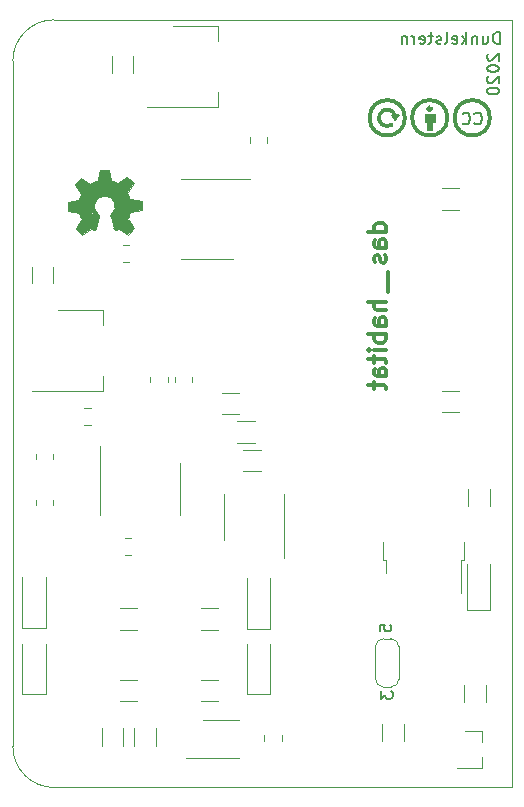
<source format=gbr>
%TF.GenerationSoftware,KiCad,Pcbnew,(5.1.7)-1*%
%TF.CreationDate,2020-11-30T22:01:16+01:00*%
%TF.ProjectId,zerosensor,7a65726f-7365-46e7-936f-722e6b696361,rev?*%
%TF.SameCoordinates,PX761e28cPY7a7afb0*%
%TF.FileFunction,Legend,Bot*%
%TF.FilePolarity,Positive*%
%FSLAX46Y46*%
G04 Gerber Fmt 4.6, Leading zero omitted, Abs format (unit mm)*
G04 Created by KiCad (PCBNEW (5.1.7)-1) date 2020-11-30 22:01:16*
%MOMM*%
%LPD*%
G01*
G04 APERTURE LIST*
%ADD10C,0.150000*%
%TA.AperFunction,Profile*%
%ADD11C,0.050000*%
%TD*%
%ADD12C,0.120000*%
%ADD13C,0.300000*%
%ADD14C,0.100000*%
%ADD15C,0.450000*%
%ADD16C,0.800000*%
%ADD17C,0.200000*%
G04 APERTURE END LIST*
D10*
X-1979881Y62114286D02*
X-2027500Y62066667D01*
X-2075120Y61971429D01*
X-2075120Y61733334D01*
X-2027500Y61638096D01*
X-1979881Y61590477D01*
X-1884643Y61542858D01*
X-1789405Y61542858D01*
X-1646548Y61590477D01*
X-1075120Y62161905D01*
X-1075120Y61542858D01*
X-2075120Y60923810D02*
X-2075120Y60828572D01*
X-2027500Y60733334D01*
X-1979881Y60685715D01*
X-1884643Y60638096D01*
X-1694167Y60590477D01*
X-1456072Y60590477D01*
X-1265596Y60638096D01*
X-1170358Y60685715D01*
X-1122739Y60733334D01*
X-1075120Y60828572D01*
X-1075120Y60923810D01*
X-1122739Y61019048D01*
X-1170358Y61066667D01*
X-1265596Y61114286D01*
X-1456072Y61161905D01*
X-1694167Y61161905D01*
X-1884643Y61114286D01*
X-1979881Y61066667D01*
X-2027500Y61019048D01*
X-2075120Y60923810D01*
X-1979881Y60209524D02*
X-2027500Y60161905D01*
X-2075120Y60066667D01*
X-2075120Y59828572D01*
X-2027500Y59733334D01*
X-1979881Y59685715D01*
X-1884643Y59638096D01*
X-1789405Y59638096D01*
X-1646548Y59685715D01*
X-1075120Y60257143D01*
X-1075120Y59638096D01*
X-2075120Y59019048D02*
X-2075120Y58923810D01*
X-2027500Y58828572D01*
X-1979881Y58780953D01*
X-1884643Y58733334D01*
X-1694167Y58685715D01*
X-1456072Y58685715D01*
X-1265596Y58733334D01*
X-1170358Y58780953D01*
X-1122739Y58828572D01*
X-1075120Y58923810D01*
X-1075120Y59019048D01*
X-1122739Y59114286D01*
X-1170358Y59161905D01*
X-1265596Y59209524D01*
X-1456072Y59257143D01*
X-1694167Y59257143D01*
X-1884643Y59209524D01*
X-1979881Y59161905D01*
X-2027500Y59114286D01*
X-2075120Y59019048D01*
X-1006191Y62947620D02*
X-1006191Y63947620D01*
X-1244286Y63947620D01*
X-1387143Y63900000D01*
X-1482381Y63804762D01*
X-1530000Y63709524D01*
X-1577620Y63519048D01*
X-1577620Y63376191D01*
X-1530000Y63185715D01*
X-1482381Y63090477D01*
X-1387143Y62995239D01*
X-1244286Y62947620D01*
X-1006191Y62947620D01*
X-2434762Y63614286D02*
X-2434762Y62947620D01*
X-2006191Y63614286D02*
X-2006191Y63090477D01*
X-2053810Y62995239D01*
X-2149048Y62947620D01*
X-2291905Y62947620D01*
X-2387143Y62995239D01*
X-2434762Y63042858D01*
X-2910953Y63614286D02*
X-2910953Y62947620D01*
X-2910953Y63519048D02*
X-2958572Y63566667D01*
X-3053810Y63614286D01*
X-3196667Y63614286D01*
X-3291905Y63566667D01*
X-3339524Y63471429D01*
X-3339524Y62947620D01*
X-3815715Y62947620D02*
X-3815715Y63947620D01*
X-3910953Y63328572D02*
X-4196667Y62947620D01*
X-4196667Y63614286D02*
X-3815715Y63233334D01*
X-5006191Y62995239D02*
X-4910953Y62947620D01*
X-4720477Y62947620D01*
X-4625239Y62995239D01*
X-4577620Y63090477D01*
X-4577620Y63471429D01*
X-4625239Y63566667D01*
X-4720477Y63614286D01*
X-4910953Y63614286D01*
X-5006191Y63566667D01*
X-5053810Y63471429D01*
X-5053810Y63376191D01*
X-4577620Y63280953D01*
X-5625239Y62947620D02*
X-5530000Y62995239D01*
X-5482381Y63090477D01*
X-5482381Y63947620D01*
X-5958572Y62995239D02*
X-6053810Y62947620D01*
X-6244286Y62947620D01*
X-6339524Y62995239D01*
X-6387143Y63090477D01*
X-6387143Y63138096D01*
X-6339524Y63233334D01*
X-6244286Y63280953D01*
X-6101429Y63280953D01*
X-6006191Y63328572D01*
X-5958572Y63423810D01*
X-5958572Y63471429D01*
X-6006191Y63566667D01*
X-6101429Y63614286D01*
X-6244286Y63614286D01*
X-6339524Y63566667D01*
X-6672858Y63614286D02*
X-7053810Y63614286D01*
X-6815715Y63947620D02*
X-6815715Y63090477D01*
X-6863334Y62995239D01*
X-6958572Y62947620D01*
X-7053810Y62947620D01*
X-7768096Y62995239D02*
X-7672858Y62947620D01*
X-7482381Y62947620D01*
X-7387143Y62995239D01*
X-7339524Y63090477D01*
X-7339524Y63471429D01*
X-7387143Y63566667D01*
X-7482381Y63614286D01*
X-7672858Y63614286D01*
X-7768096Y63566667D01*
X-7815715Y63471429D01*
X-7815715Y63376191D01*
X-7339524Y63280953D01*
X-8244286Y62947620D02*
X-8244286Y63614286D01*
X-8244286Y63423810D02*
X-8291905Y63519048D01*
X-8339524Y63566667D01*
X-8434762Y63614286D01*
X-8530000Y63614286D01*
X-8863334Y63614286D02*
X-8863334Y62947620D01*
X-8863334Y63519048D02*
X-8910953Y63566667D01*
X-9006191Y63614286D01*
X-9149048Y63614286D01*
X-9244286Y63566667D01*
X-9291905Y63471429D01*
X-9291905Y62947620D01*
D11*
X-38727500Y65000000D02*
G75*
G03*
X-42227500Y61500000I0J-3500000D01*
G01*
X-38727500Y0D02*
G75*
G02*
X-42227500Y3500000I0J3500000D01*
G01*
X2500Y0D02*
X-16997500Y0D01*
X2500Y65000000D02*
X2500Y0D01*
X-16997500Y65000000D02*
X2500Y65000000D01*
X-42227500Y3500000D02*
X-42227500Y61500000D01*
X-16997500Y0D02*
X-38727500Y0D01*
X-38727500Y65000000D02*
X-16997500Y65000000D01*
D12*
%TO.C,JP5*%
X-9527500Y9150000D02*
X-9527500Y11950000D01*
X-10227500Y12600000D02*
X-10827500Y12600000D01*
X-11527500Y11950000D02*
X-11527500Y9150000D01*
X-10827500Y8500000D02*
X-10227500Y8500000D01*
X-10227500Y8500000D02*
G75*
G03*
X-9527500Y9200000I0J700000D01*
G01*
X-11527500Y9200000D02*
G75*
G03*
X-10827500Y8500000I700000J0D01*
G01*
X-10827500Y12600000D02*
G75*
G03*
X-11527500Y11900000I0J-700000D01*
G01*
X-9527500Y11900000D02*
G75*
G03*
X-10227500Y12600000I-700000J0D01*
G01*
%TO.C,U6*%
X-24352500Y22875000D02*
X-24352500Y24825000D01*
X-24352500Y22875000D02*
X-24352500Y20925000D01*
X-19232500Y22875000D02*
X-19232500Y24825000D01*
X-19232500Y22875000D02*
X-19232500Y19425000D01*
%TO.C,R21*%
X-23050436Y33410000D02*
X-24504564Y33410000D01*
X-23050436Y31590000D02*
X-24504564Y31590000D01*
%TO.C,R20*%
X-21750436Y31010000D02*
X-23204564Y31010000D01*
X-21750436Y29190000D02*
X-23204564Y29190000D01*
%TO.C,R19*%
X-22704564Y26790000D02*
X-21250436Y26790000D01*
X-22704564Y28610000D02*
X-21250436Y28610000D01*
%TO.C,U5*%
X-34617500Y40410000D02*
X-34617500Y39150000D01*
X-34617500Y33590000D02*
X-34617500Y34850000D01*
X-38377500Y40410000D02*
X-34617500Y40410000D01*
X-40627500Y33590000D02*
X-34617500Y33590000D01*
%TO.C,C8*%
X-38817500Y42676248D02*
X-38817500Y44098752D01*
X-40637500Y42676248D02*
X-40637500Y44098752D01*
D13*
%TO.C,REF\u002A\u002A*%
X-10427500Y43650000D02*
X-10427500Y41925000D01*
D14*
G36*
X-35677500Y51112500D02*
G01*
X-36452500Y51575000D01*
X-36952500Y51050000D01*
X-36452500Y50275000D01*
X-35677500Y51112500D01*
G37*
X-35677500Y51112500D02*
X-36452500Y51575000D01*
X-36952500Y51050000D01*
X-36452500Y50275000D01*
X-35677500Y51112500D01*
G36*
X-32465000Y50400000D02*
G01*
X-32002500Y51175000D01*
X-32527500Y51675000D01*
X-33327500Y51175000D01*
X-32465000Y50400000D01*
G37*
X-32465000Y50400000D02*
X-32002500Y51175000D01*
X-32527500Y51675000D01*
X-33327500Y51175000D01*
X-32465000Y50400000D01*
G36*
X-36415000Y48075000D02*
G01*
X-36877500Y47300000D01*
X-36352500Y46800000D01*
X-35615000Y47275000D01*
X-36415000Y48075000D01*
G37*
X-36415000Y48075000D02*
X-36877500Y47300000D01*
X-36352500Y46800000D01*
X-35615000Y47275000D01*
X-36415000Y48075000D01*
G36*
X-36627500Y49700000D02*
G01*
X-37527500Y49550000D01*
X-37527500Y48800000D01*
X-36627500Y48637500D01*
X-36627500Y49700000D01*
G37*
X-36627500Y49700000D02*
X-37527500Y49550000D01*
X-37527500Y48800000D01*
X-36627500Y48637500D01*
X-36627500Y49700000D01*
G36*
X-33927500Y51400000D02*
G01*
X-34077500Y52300000D01*
X-34827500Y52300000D01*
X-34990000Y51400000D01*
X-33927500Y51400000D01*
G37*
X-33927500Y51400000D02*
X-34077500Y52300000D01*
X-34827500Y52300000D01*
X-34990000Y51400000D01*
X-33927500Y51400000D01*
D15*
X-33502500Y47350000D02*
X-33775470Y48376604D01*
X-35077500Y48375000D02*
X-35352500Y47350000D01*
D14*
G36*
X-33227500Y47275000D02*
G01*
X-32452500Y46812500D01*
X-31952500Y47337500D01*
X-32427500Y48075000D01*
X-33227500Y47275000D01*
G37*
X-33227500Y47275000D02*
X-32452500Y46812500D01*
X-31952500Y47337500D01*
X-32427500Y48075000D01*
X-33227500Y47275000D01*
G36*
X-32227500Y48750000D02*
G01*
X-31327500Y48900000D01*
X-31327500Y49650000D01*
X-32227500Y49812500D01*
X-32227500Y48750000D01*
G37*
X-32227500Y48750000D02*
X-31327500Y48900000D01*
X-31327500Y49650000D01*
X-32227500Y49812500D01*
X-32227500Y48750000D01*
D16*
X-33376910Y48000516D02*
G75*
G03*
X-35477500Y48000000I-1050590J1199484D01*
G01*
D15*
X-33775469Y48376603D02*
G75*
G03*
X-35077500Y48375000I-652031J823397D01*
G01*
X-33501758Y47350371D02*
G75*
G03*
X-35352500Y47350000I-925742J1849629D01*
G01*
D13*
X-1827500Y56700000D02*
G75*
G03*
X-1827500Y56700000I-1500000J0D01*
G01*
X-9027500Y56700000D02*
G75*
G03*
X-9027500Y56700000I-1500000J0D01*
G01*
D17*
X-9552500Y56900000D02*
X-9827500Y56500000D01*
X-9827500Y56500000D02*
X-10102500Y56900000D01*
X-9552500Y56900000D02*
X-10102500Y56900000D01*
D13*
X-9829384Y56815153D02*
G75*
G03*
X-10152500Y56100000I-698116J-115153D01*
G01*
D14*
G36*
X-7352500Y56350000D02*
G01*
X-7152500Y56350000D01*
X-7152500Y55675000D01*
X-6702500Y55675000D01*
X-6702500Y56350000D01*
X-6502500Y56350000D01*
X-6502500Y57000000D01*
X-7352500Y57000000D01*
X-7352500Y56350000D01*
G37*
X-7352500Y56350000D02*
X-7152500Y56350000D01*
X-7152500Y55675000D01*
X-6702500Y55675000D01*
X-6702500Y56350000D01*
X-6502500Y56350000D01*
X-6502500Y57000000D01*
X-7352500Y57000000D01*
X-7352500Y56350000D01*
D13*
X-6777500Y57475000D02*
G75*
G03*
X-6777500Y57475000I-150000J0D01*
G01*
X-5427500Y56700000D02*
G75*
G03*
X-5427500Y56700000I-1500000J0D01*
G01*
D12*
%TO.C,D6*%
X-1785000Y15032000D02*
X-1785000Y18932000D01*
X-3785000Y15032000D02*
X-3785000Y18932000D01*
X-1785000Y15032000D02*
X-3785000Y15032000D01*
%TO.C,D5*%
X-22435000Y13432000D02*
X-22435000Y17732000D01*
X-20435000Y13432000D02*
X-22435000Y13432000D01*
X-20435000Y17732000D02*
X-20435000Y13432000D01*
%TO.C,D4*%
X-41435000Y13482000D02*
X-41435000Y17782000D01*
X-39435000Y13482000D02*
X-41435000Y13482000D01*
X-39435000Y17782000D02*
X-39435000Y13482000D01*
%TO.C,D3*%
X-41435000Y7882000D02*
X-41435000Y12182000D01*
X-39435000Y7882000D02*
X-41435000Y7882000D01*
X-39435000Y12182000D02*
X-39435000Y7882000D01*
%TO.C,D2*%
X-22435000Y7882000D02*
X-22435000Y12182000D01*
X-20435000Y7882000D02*
X-22435000Y7882000D01*
X-20435000Y12182000D02*
X-20435000Y7882000D01*
%TO.C,U4*%
X-30885000Y57622000D02*
X-24875000Y57622000D01*
X-28635000Y64442000D02*
X-24875000Y64442000D01*
X-24875000Y57622000D02*
X-24875000Y58882000D01*
X-24875000Y64442000D02*
X-24875000Y63182000D01*
%TO.C,C7*%
X-32025000Y61893252D02*
X-32025000Y60470748D01*
X-33845000Y61893252D02*
X-33845000Y60470748D01*
%TO.C,C5*%
X-32411248Y44497000D02*
X-32933752Y44497000D01*
X-32411248Y45967000D02*
X-32933752Y45967000D01*
%TO.C,C4*%
X-36158752Y32167000D02*
X-35636248Y32167000D01*
X-36158752Y30697000D02*
X-35636248Y30697000D01*
%TO.C,C3*%
X-32733752Y21117000D02*
X-32211248Y21117000D01*
X-32733752Y19647000D02*
X-32211248Y19647000D01*
%TO.C,C2*%
X-22170000Y54533248D02*
X-22170000Y55055752D01*
X-20700000Y54533248D02*
X-20700000Y55055752D01*
%TO.C,R18*%
X-26312064Y15192000D02*
X-24857936Y15192000D01*
X-26312064Y13372000D02*
X-24857936Y13372000D01*
%TO.C,R17*%
X-31707936Y13372000D02*
X-33162064Y13372000D01*
X-31707936Y15192000D02*
X-33162064Y15192000D01*
%TO.C,U3*%
X-25748000Y44781000D02*
X-27948000Y44781000D01*
X-25748000Y44781000D02*
X-23548000Y44781000D01*
X-25748000Y51551000D02*
X-27948000Y51551000D01*
X-25748000Y51551000D02*
X-22148000Y51551000D01*
%TO.C,U1*%
X-24605000Y5707000D02*
X-23105000Y5707000D01*
X-24605000Y5707000D02*
X-26105000Y5707000D01*
X-24605000Y2487000D02*
X-23105000Y2487000D01*
X-24605000Y2487000D02*
X-27530000Y2487000D01*
%TO.C,R8*%
X-27050000Y34304936D02*
X-27050000Y34759064D01*
X-28520000Y34304936D02*
X-28520000Y34759064D01*
%TO.C,R14*%
X-40270000Y28224064D02*
X-40270000Y27769936D01*
X-38800000Y28224064D02*
X-38800000Y27769936D01*
%TO.C,R13*%
X-40270000Y24382064D02*
X-40270000Y23927936D01*
X-38800000Y24382064D02*
X-38800000Y23927936D01*
%TO.C,R7*%
X-29100000Y34304936D02*
X-29100000Y34759064D01*
X-30570000Y34304936D02*
X-30570000Y34759064D01*
%TO.C,U2*%
X-28078000Y25306000D02*
X-28078000Y23106000D01*
X-28078000Y25306000D02*
X-28078000Y27506000D01*
X-34848000Y25306000D02*
X-34848000Y23106000D01*
X-34848000Y25306000D02*
X-34848000Y28906000D01*
%TO.C,C1*%
X-20920000Y3938748D02*
X-20920000Y4461252D01*
X-19450000Y3938748D02*
X-19450000Y4461252D01*
%TO.C,R12*%
X-31707936Y9142000D02*
X-33162064Y9142000D01*
X-31707936Y7322000D02*
X-33162064Y7322000D01*
%TO.C,R11*%
X-26312064Y7322000D02*
X-24857936Y7322000D01*
X-26312064Y9142000D02*
X-24857936Y9142000D01*
%TO.C,R10*%
X-31937500Y5009064D02*
X-31937500Y3554936D01*
X-30117500Y5009064D02*
X-30117500Y3554936D01*
%TO.C,R9*%
X-34695000Y5009064D02*
X-34695000Y3554936D01*
X-32875000Y5009064D02*
X-32875000Y3554936D01*
%TO.C,Q1*%
X-2493000Y4788000D02*
X-2493000Y3858000D01*
X-2493000Y1628000D02*
X-2493000Y2558000D01*
X-2493000Y1628000D02*
X-4653000Y1628000D01*
X-2493000Y4788000D02*
X-3953000Y4788000D01*
%TO.C,R6*%
X-4472936Y50727000D02*
X-5927064Y50727000D01*
X-4472936Y48907000D02*
X-5927064Y48907000D01*
%TO.C,R5*%
X-5927064Y31762000D02*
X-4472936Y31762000D01*
X-5927064Y33582000D02*
X-4472936Y33582000D01*
%TO.C,R3*%
X-3671000Y25245064D02*
X-3671000Y23790936D01*
X-1851000Y25245064D02*
X-1851000Y23790936D01*
%TO.C,R2*%
X-10945000Y5409064D02*
X-10945000Y3954936D01*
X-9125000Y5409064D02*
X-9125000Y3954936D01*
%TO.C,R1*%
X-2175000Y7254936D02*
X-2175000Y8709064D01*
X-3995000Y7254936D02*
X-3995000Y8709064D01*
%TO.C,Q2*%
X-4010000Y20780000D02*
X-4010000Y19280000D01*
X-4010000Y19280000D02*
X-4280000Y19280000D01*
X-4280000Y19280000D02*
X-4280000Y16450000D01*
X-10910000Y20780000D02*
X-10910000Y19280000D01*
X-10910000Y19280000D02*
X-10640000Y19280000D01*
X-10640000Y19280000D02*
X-10640000Y18180000D01*
%TD*%
%TO.C,JP5*%
D10*
X-11075120Y8133334D02*
X-11075120Y7514286D01*
X-10694167Y7847620D01*
X-10694167Y7704762D01*
X-10646548Y7609524D01*
X-10598929Y7561905D01*
X-10503691Y7514286D01*
X-10265596Y7514286D01*
X-10170358Y7561905D01*
X-10122739Y7609524D01*
X-10075120Y7704762D01*
X-10075120Y7990477D01*
X-10122739Y8085715D01*
X-10170358Y8133334D01*
X-11175120Y13261905D02*
X-11175120Y13738096D01*
X-10698929Y13785715D01*
X-10746548Y13738096D01*
X-10794167Y13642858D01*
X-10794167Y13404762D01*
X-10746548Y13309524D01*
X-10698929Y13261905D01*
X-10603691Y13214286D01*
X-10365596Y13214286D01*
X-10270358Y13261905D01*
X-10222739Y13309524D01*
X-10175120Y13404762D01*
X-10175120Y13642858D01*
X-10222739Y13738096D01*
X-10270358Y13785715D01*
%TO.C,REF\u002A\u002A*%
D13*
X-10623929Y47073572D02*
X-12123929Y47073572D01*
X-10695358Y47073572D02*
X-10623929Y47216429D01*
X-10623929Y47502143D01*
X-10695358Y47645000D01*
X-10766786Y47716429D01*
X-10909643Y47787858D01*
X-11338215Y47787858D01*
X-11481072Y47716429D01*
X-11552500Y47645000D01*
X-11623929Y47502143D01*
X-11623929Y47216429D01*
X-11552500Y47073572D01*
X-10623929Y45716429D02*
X-11409643Y45716429D01*
X-11552500Y45787858D01*
X-11623929Y45930715D01*
X-11623929Y46216429D01*
X-11552500Y46359286D01*
X-10695358Y45716429D02*
X-10623929Y45859286D01*
X-10623929Y46216429D01*
X-10695358Y46359286D01*
X-10838215Y46430715D01*
X-10981072Y46430715D01*
X-11123929Y46359286D01*
X-11195358Y46216429D01*
X-11195358Y45859286D01*
X-11266786Y45716429D01*
X-10695358Y45073572D02*
X-10623929Y44930715D01*
X-10623929Y44645000D01*
X-10695358Y44502143D01*
X-10838215Y44430715D01*
X-10909643Y44430715D01*
X-11052500Y44502143D01*
X-11123929Y44645000D01*
X-11123929Y44859286D01*
X-11195358Y45002143D01*
X-11338215Y45073572D01*
X-11409643Y45073572D01*
X-11552500Y45002143D01*
X-11623929Y44859286D01*
X-11623929Y44645000D01*
X-11552500Y44502143D01*
X-10623929Y41097858D02*
X-12123929Y41097858D01*
X-10623929Y40455000D02*
X-11409643Y40455000D01*
X-11552500Y40526429D01*
X-11623929Y40669286D01*
X-11623929Y40883572D01*
X-11552500Y41026429D01*
X-11481072Y41097858D01*
X-10623929Y39097858D02*
X-11409643Y39097858D01*
X-11552500Y39169286D01*
X-11623929Y39312143D01*
X-11623929Y39597858D01*
X-11552500Y39740715D01*
X-10695358Y39097858D02*
X-10623929Y39240715D01*
X-10623929Y39597858D01*
X-10695358Y39740715D01*
X-10838215Y39812143D01*
X-10981072Y39812143D01*
X-11123929Y39740715D01*
X-11195358Y39597858D01*
X-11195358Y39240715D01*
X-11266786Y39097858D01*
X-10623929Y38383572D02*
X-12123929Y38383572D01*
X-11552500Y38383572D02*
X-11623929Y38240715D01*
X-11623929Y37955000D01*
X-11552500Y37812143D01*
X-11481072Y37740715D01*
X-11338215Y37669286D01*
X-10909643Y37669286D01*
X-10766786Y37740715D01*
X-10695358Y37812143D01*
X-10623929Y37955000D01*
X-10623929Y38240715D01*
X-10695358Y38383572D01*
X-10623929Y37026429D02*
X-11623929Y37026429D01*
X-12123929Y37026429D02*
X-12052500Y37097858D01*
X-11981072Y37026429D01*
X-12052500Y36955000D01*
X-12123929Y37026429D01*
X-11981072Y37026429D01*
X-11623929Y36526429D02*
X-11623929Y35955000D01*
X-12123929Y36312143D02*
X-10838215Y36312143D01*
X-10695358Y36240715D01*
X-10623929Y36097858D01*
X-10623929Y35955000D01*
X-10623929Y34812143D02*
X-11409643Y34812143D01*
X-11552500Y34883572D01*
X-11623929Y35026429D01*
X-11623929Y35312143D01*
X-11552500Y35455000D01*
X-10695358Y34812143D02*
X-10623929Y34955000D01*
X-10623929Y35312143D01*
X-10695358Y35455000D01*
X-10838215Y35526429D01*
X-10981072Y35526429D01*
X-11123929Y35455000D01*
X-11195358Y35312143D01*
X-11195358Y34955000D01*
X-11266786Y34812143D01*
X-11623929Y34312143D02*
X-11623929Y33740715D01*
X-12123929Y34097858D02*
X-10838215Y34097858D01*
X-10695358Y34026429D01*
X-10623929Y33883572D01*
X-10623929Y33740715D01*
D17*
X-3137024Y56242858D02*
X-3089405Y56195239D01*
X-2946548Y56147620D01*
X-2851310Y56147620D01*
X-2708453Y56195239D01*
X-2613215Y56290477D01*
X-2565596Y56385715D01*
X-2517977Y56576191D01*
X-2517977Y56719048D01*
X-2565596Y56909524D01*
X-2613215Y57004762D01*
X-2708453Y57100000D01*
X-2851310Y57147620D01*
X-2946548Y57147620D01*
X-3089405Y57100000D01*
X-3137024Y57052381D01*
X-4137024Y56242858D02*
X-4089405Y56195239D01*
X-3946548Y56147620D01*
X-3851310Y56147620D01*
X-3708453Y56195239D01*
X-3613215Y56290477D01*
X-3565596Y56385715D01*
X-3517977Y56576191D01*
X-3517977Y56719048D01*
X-3565596Y56909524D01*
X-3613215Y57004762D01*
X-3708453Y57100000D01*
X-3851310Y57147620D01*
X-3946548Y57147620D01*
X-4089405Y57100000D01*
X-4137024Y57052381D01*
%TD*%
M02*

</source>
